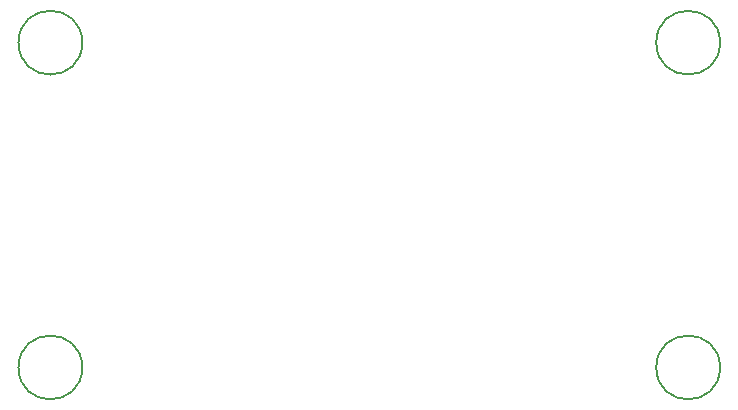
<source format=gbr>
%TF.GenerationSoftware,KiCad,Pcbnew,6.0.9+dfsg-1~bpo11+1*%
%TF.CreationDate,2022-12-02T22:38:17+00:00*%
%TF.ProjectId,t1,74312e6b-6963-4616-945f-706362585858,${git_hash}*%
%TF.SameCoordinates,Original*%
%TF.FileFunction,Other,Comment*%
%FSLAX46Y46*%
G04 Gerber Fmt 4.6, Leading zero omitted, Abs format (unit mm)*
G04 Created by KiCad (PCBNEW 6.0.9+dfsg-1~bpo11+1) date 2022-12-02 22:38:17*
%MOMM*%
%LPD*%
G01*
G04 APERTURE LIST*
%ADD10C,0.150000*%
G04 APERTURE END LIST*
D10*
%TO.C,H1*%
X179700000Y-97000000D02*
G75*
G03*
X179700000Y-97000000I-2700000J0D01*
G01*
%TO.C,H2*%
X125700000Y-97000000D02*
G75*
G03*
X125700000Y-97000000I-2700000J0D01*
G01*
%TO.C,H3*%
X125700000Y-69500000D02*
G75*
G03*
X125700000Y-69500000I-2700000J0D01*
G01*
%TO.C,H4*%
X179700000Y-69500000D02*
G75*
G03*
X179700000Y-69500000I-2700000J0D01*
G01*
%TD*%
M02*

</source>
